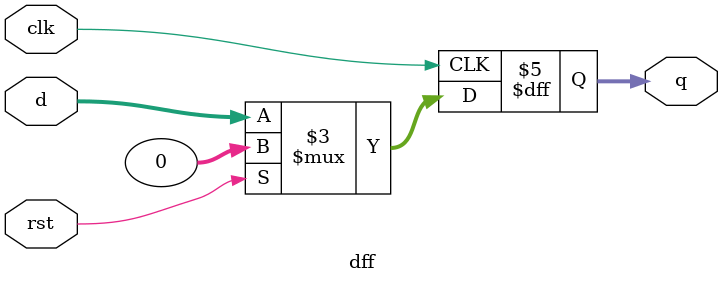
<source format=v>
`timescale 1ns / 1ps

(* DONT_TOUCH = "yes" *)
module dff #(
    parameter DATA_WIDTH = 32
)(
    input clk,
    input rst,
    input [DATA_WIDTH-1:0] d,
    output reg [DATA_WIDTH-1:0] q
);

    always @(posedge clk) begin
        if (rst)
            q <= 0;
        else
            q <= d;
    end
endmodule

</source>
